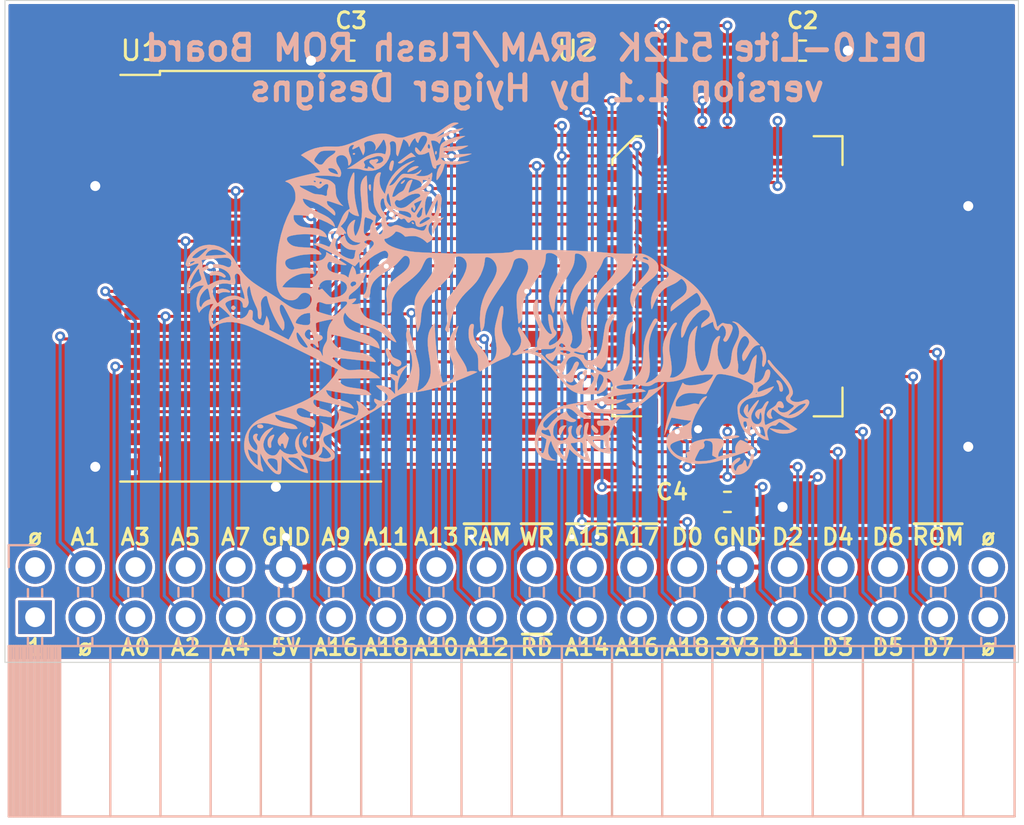
<source format=kicad_pcb>
(kicad_pcb (version 20171130) (host pcbnew "(5.1.6-rc1-2-g675ceb521)")
  (title_block (date 2020-04-24) (rev 1.1))
  (layers (0 F.Cu signal) (31 B.Cu signal) (34 B.Paste user hide) (35 F.Paste user hide) (36 B.SilkS user) (37 F.SilkS user hide) (38 B.Mask user hide) (39 F.Mask user hide) (44 Edge.Cuts user))
  (net 0 "")
  (net 1 GND)
  (net 2 /D7)
  (net 3 /D3)
  (net 4 /D1)
  (net 5 /ROM_~CE)
  (net 6 /RAM_~CE)
  (net 7 /A18)
  (net 8 /A17)
  (net 9 /A16)
  (net 10 /A15)
  (net 11 /A14)
  (net 12 /A13)
  (net 13 /A12)
  (net 14 /A11)
  (net 15 /A10)
  (net 16 /A9)
  (net 17 /A8)
  (net 18 /A6)
  (net 19 /A5)
  (net 20 /A4)
  (net 21 /A3)
  (net 22 /A2)
  (net 23 /A1)
  (net 24 /A0)
  (net 25 VCC)
  (net 26 /A7)
  (net 27 /D0)
  (net 28 /D2)
  (net 29 /D5)
  (net 30 /D4)
  (net 31 /D6)
  (net 32 /~WR)
  (net 33 /~RD)
  (net 34 "Net-(J1-Pad1)")
  (net 35 "Net-(J1-Pad2)")
  (net 36 "Net-(J1-Pad3)")
  (net 37 +5V)
  (net 38 "Net-(J1-Pad39)")
  (net 39 "Net-(J1-Pad40)")
  (module Connector_PinSocket_2.54mm:PinSocket_2x20_P2.54mm_Horizontal (layer F.Cu) (at 131.318 115.062 90)
    (fp_text reference J1 hide)
    (fp_text value DE10-Lite_GPIO_Header)
    (pad 1 thru_hole rect (at 0 0 270) (size 1.7 1.7) (drill 1) (layers *.Cu *.Mask) (net 34 "Net-(J1-Pad1)"))
    (pad 2 thru_hole oval (at 2.54 0 270) (size 1.7 1.7) (drill 1) (layers *.Cu *.Mask) (net 35 "Net-(J1-Pad2)"))
    (pad 3 thru_hole oval (at 0 2.54 270) (size 1.7 1.7) (drill 1) (layers *.Cu *.Mask) (net 36 "Net-(J1-Pad3)"))
    (pad 4 thru_hole oval (at 2.54 2.54 270) (size 1.7 1.7) (drill 1) (layers *.Cu *.Mask) (net 23 /A1))
    (pad 5 thru_hole oval (at 0 5.08 270) (size 1.7 1.7) (drill 1) (layers *.Cu *.Mask) (net 24 /A0))
    (pad 6 thru_hole oval (at 2.54 5.08 270) (size 1.7 1.7) (drill 1) (layers *.Cu *.Mask) (net 21 /A3))
    (pad 7 thru_hole oval (at 0 7.62 270) (size 1.7 1.7) (drill 1) (layers *.Cu *.Mask) (net 22 /A2))
    (pad 8 thru_hole oval (at 2.54 7.62 270) (size 1.7 1.7) (drill 1) (layers *.Cu *.Mask) (net 19 /A5))
    (pad 9 thru_hole oval (at 0 10.16 270) (size 1.7 1.7) (drill 1) (layers *.Cu *.Mask) (net 20 /A4))
    (pad 10 thru_hole oval (at 2.54 10.16 270) (size 1.7 1.7) (drill 1) (layers *.Cu *.Mask) (net 26 /A7))
    (pad 11 thru_hole oval (at 0 12.7 270) (size 1.7 1.7) (drill 1) (layers *.Cu *.Mask) (net 37 +5V))
    (pad 12 thru_hole oval (at 2.54 12.7 270) (size 1.7 1.7) (drill 1) (layers *.Cu *.Mask) (net 1 GND))
    (pad 13 thru_hole oval (at 0 15.24 270) (size 1.7 1.7) (drill 1) (layers *.Cu *.Mask) (net 18 /A6))
    (pad 14 thru_hole oval (at 2.54 15.24 270) (size 1.7 1.7) (drill 1) (layers *.Cu *.Mask) (net 16 /A9))
    (pad 15 thru_hole oval (at 0 17.78 270) (size 1.7 1.7) (drill 1) (layers *.Cu *.Mask) (net 17 /A8))
    (pad 16 thru_hole oval (at 2.54 17.78 270) (size 1.7 1.7) (drill 1) (layers *.Cu *.Mask) (net 14 /A11))
    (pad 17 thru_hole oval (at 0 20.32 270) (size 1.7 1.7) (drill 1) (layers *.Cu *.Mask) (net 15 /A10))
    (pad 18 thru_hole oval (at 2.54 20.32 270) (size 1.7 1.7) (drill 1) (layers *.Cu *.Mask) (net 12 /A13))
    (pad 19 thru_hole oval (at 0 22.86 270) (size 1.7 1.7) (drill 1) (layers *.Cu *.Mask) (net 13 /A12))
    (pad 20 thru_hole oval (at 2.54 22.86 270) (size 1.7 1.7) (drill 1) (layers *.Cu *.Mask) (net 6 /RAM_~CE))
    (pad 21 thru_hole oval (at 0 25.4 270) (size 1.7 1.7) (drill 1) (layers *.Cu *.Mask) (net 33 /~RD))
    (pad 22 thru_hole oval (at 2.54 25.4 270) (size 1.7 1.7) (drill 1) (layers *.Cu *.Mask) (net 32 /~WR))
    (pad 23 thru_hole oval (at 0 27.94 270) (size 1.7 1.7) (drill 1) (layers *.Cu *.Mask) (net 11 /A14))
    (pad 24 thru_hole oval (at 2.54 27.94 270) (size 1.7 1.7) (drill 1) (layers *.Cu *.Mask) (net 10 /A15))
    (pad 25 thru_hole oval (at 0 30.48 270) (size 1.7 1.7) (drill 1) (layers *.Cu *.Mask) (net 9 /A16))
    (pad 26 thru_hole oval (at 2.54 30.48 270) (size 1.7 1.7) (drill 1) (layers *.Cu *.Mask) (net 8 /A17))
    (pad 27 thru_hole oval (at 0 33.02 270) (size 1.7 1.7) (drill 1) (layers *.Cu *.Mask) (net 7 /A18))
    (pad 28 thru_hole oval (at 2.54 33.02 270) (size 1.7 1.7) (drill 1) (layers *.Cu *.Mask) (net 27 /D0))
    (pad 29 thru_hole oval (at 0 35.56 270) (size 1.7 1.7) (drill 1) (layers *.Cu *.Mask) (net 25 VCC))
    (pad 30 thru_hole oval (at 2.54 35.56 270) (size 1.7 1.7) (drill 1) (layers *.Cu *.Mask) (net 1 GND))
    (pad 31 thru_hole oval (at 0 38.1 270) (size 1.7 1.7) (drill 1) (layers *.Cu *.Mask) (net 4 /D1))
    (pad 32 thru_hole oval (at 2.54 38.1 270) (size 1.7 1.7) (drill 1) (layers *.Cu *.Mask) (net 28 /D2))
    (pad 33 thru_hole oval (at 0 40.64 270) (size 1.7 1.7) (drill 1) (layers *.Cu *.Mask) (net 3 /D3))
    (pad 34 thru_hole oval (at 2.54 40.64 270) (size 1.7 1.7) (drill 1) (layers *.Cu *.Mask) (net 30 /D4))
    (pad 35 thru_hole oval (at 0 43.18 270) (size 1.7 1.7) (drill 1) (layers *.Cu *.Mask) (net 29 /D5))
    (pad 36 thru_hole oval (at 2.54 43.18 270) (size 1.7 1.7) (drill 1) (layers *.Cu *.Mask) (net 31 /D6))
    (pad 37 thru_hole oval (at 0 45.72 270) (size 1.7 1.7) (drill 1) (layers *.Cu *.Mask) (net 2 /D7))
    (pad 38 thru_hole oval (at 2.54 45.72 270) (size 1.7 1.7) (drill 1) (layers *.Cu *.Mask) (net 5 /ROM_~CE))
    (pad 39 thru_hole oval (at 0 48.26 270) (size 1.7 1.7) (drill 1) (layers *.Cu *.Mask) (net 38 "Net-(J1-Pad39)"))
    (pad 40 thru_hole oval (at 2.54 48.26 270) (size 1.7 1.7) (drill 1) (layers *.Cu *.Mask) (net 39 "Net-(J1-Pad40)"))
  )
  (module Logos:asian_tiger (layer F.Cu) (at 154.686 98.933)
    (fp_text reference G*** hide)
    (fp_text value LOGO hide)
  )
  (module Package_LCC:PLCC-32_11.4x14.0mm_P1.27mm-Socket (layer F.Cu) (at 166.37 97.79)
    (fp_text reference U2 (at -7.62 -11.43) (layer F.SilkS))
    (fp_text value SST39LF040)
    (pad 32 smd roundrect (at 1.27 -6.8375) (size 0.6 1.475) (layers F.Cu F.Paste F.Mask) (net 25 VCC))
    (pad 31 smd roundrect (at 2.54 -6.8375) (size 0.6 1.475) (layers F.Cu F.Paste F.Mask) (net 32 /~WR))
    (pad 30 smd roundrect (at 3.81 -6.8375) (size 0.6 1.475) (layers F.Cu F.Paste F.Mask) (net 8 /A17))
    (pad 29 smd roundrect (at 5.5625 -5.08) (size 1.475 0.6) (layers F.Cu F.Paste F.Mask) (net 11 /A14))
    (pad 28 smd roundrect (at 5.5625 -3.81) (size 1.475 0.6) (layers F.Cu F.Paste F.Mask) (net 12 /A13))
    (pad 27 smd roundrect (at 5.5625 -2.54) (size 1.475 0.6) (layers F.Cu F.Paste F.Mask) (net 17 /A8))
    (pad 26 smd roundrect (at 5.5625 -1.27) (size 1.475 0.6) (layers F.Cu F.Paste F.Mask) (net 16 /A9))
    (pad 25 smd roundrect (at 5.5625 0) (size 1.475 0.6) (layers F.Cu F.Paste F.Mask) (net 14 /A11))
    (pad 24 smd roundrect (at 5.5625 1.27) (size 1.475 0.6) (layers F.Cu F.Paste F.Mask) (net 33 /~RD))
    (pad 23 smd roundrect (at 5.5625 2.54) (size 1.475 0.6) (layers F.Cu F.Paste F.Mask) (net 15 /A10))
    (pad 22 smd roundrect (at 5.5625 3.81) (size 1.475 0.6) (layers F.Cu F.Paste F.Mask) (net 5 /ROM_~CE))
    (pad 21 smd roundrect (at 5.5625 5.08) (size 1.475 0.6) (layers F.Cu F.Paste F.Mask) (net 2 /D7))
    (pad 20 smd roundrect (at 3.81 6.8375) (size 0.6 1.475) (layers F.Cu F.Paste F.Mask) (net 31 /D6))
    (pad 19 smd roundrect (at 2.54 6.8375) (size 0.6 1.475) (layers F.Cu F.Paste F.Mask) (net 29 /D5))
    (pad 18 smd roundrect (at 1.27 6.8375) (size 0.6 1.475) (layers F.Cu F.Paste F.Mask) (net 30 /D4))
    (pad 17 smd roundrect (at 0 6.8375) (size 0.6 1.475) (layers F.Cu F.Paste F.Mask) (net 3 /D3))
    (pad 16 smd roundrect (at -1.27 6.8375) (size 0.6 1.475) (layers F.Cu F.Paste F.Mask) (net 1 GND))
    (pad 15 smd roundrect (at -2.54 6.8375) (size 0.6 1.475) (layers F.Cu F.Paste F.Mask) (net 28 /D2))
    (pad 14 smd roundrect (at -3.81 6.8375) (size 0.6 1.475) (layers F.Cu F.Paste F.Mask) (net 4 /D1))
    (pad 13 smd roundrect (at -5.5625 5.08) (size 1.475 0.6) (layers F.Cu F.Paste F.Mask) (net 27 /D0))
    (pad 12 smd roundrect (at -5.5625 3.81) (size 1.475 0.6) (layers F.Cu F.Paste F.Mask) (net 24 /A0))
    (pad 11 smd roundrect (at -5.5625 2.54) (size 1.475 0.6) (layers F.Cu F.Paste F.Mask) (net 23 /A1))
    (pad 10 smd roundrect (at -5.5625 1.27) (size 1.475 0.6) (layers F.Cu F.Paste F.Mask) (net 22 /A2))
    (pad 9 smd roundrect (at -5.5625 0) (size 1.475 0.6) (layers F.Cu F.Paste F.Mask) (net 21 /A3))
    (pad 8 smd roundrect (at -5.5625 -1.27) (size 1.475 0.6) (layers F.Cu F.Paste F.Mask) (net 20 /A4))
    (pad 7 smd roundrect (at -5.5625 -2.54) (size 1.475 0.6) (layers F.Cu F.Paste F.Mask) (net 19 /A5))
    (pad 6 smd roundrect (at -5.5625 -3.81) (size 1.475 0.6) (layers F.Cu F.Paste F.Mask) (net 18 /A6))
    (pad 5 smd roundrect (at -5.5625 -5.08) (size 1.475 0.6) (layers F.Cu F.Paste F.Mask) (net 26 /A7))
    (pad 4 smd roundrect (at -3.81 -6.8375) (size 0.6 1.475) (layers F.Cu F.Paste F.Mask) (net 13 /A12))
    (pad 3 smd roundrect (at -2.54 -6.8375) (size 0.6 1.475) (layers F.Cu F.Paste F.Mask) (net 10 /A15))
    (pad 2 smd roundrect (at -1.27 -6.8375) (size 0.6 1.475) (layers F.Cu F.Paste F.Mask) (net 9 /A16))
    (pad 1 smd roundrect (at 0 -6.8375) (size 0.6 1.475) (layers F.Cu F.Paste F.Mask) (net 7 /A18))
  )
  (module Package_SO:TSOP-II-32_21.0x10.2mm_P1.27mm (layer F.Cu) (at 142.24 97.79)
    (fp_text reference U1 (at -5.588 -11.43) (layer F.SilkS))
    (fp_text value AS6C4008A-55ZIN)
    (pad 32 smd rect (at 5.6 -9.525) (size 1.6 0.6) (layers F.Cu F.Paste F.Mask) (net 25 VCC))
    (pad 31 smd rect (at 5.6 -8.255) (size 1.6 0.6) (layers F.Cu F.Paste F.Mask) (net 10 /A15))
    (pad 30 smd rect (at 5.6 -6.985) (size 1.6 0.6) (layers F.Cu F.Paste F.Mask) (net 8 /A17))
    (pad 29 smd rect (at 5.6 -5.715) (size 1.6 0.6) (layers F.Cu F.Paste F.Mask) (net 32 /~WR))
    (pad 28 smd rect (at 5.6 -4.445) (size 1.6 0.6) (layers F.Cu F.Paste F.Mask) (net 12 /A13))
    (pad 27 smd rect (at 5.6 -3.175) (size 1.6 0.6) (layers F.Cu F.Paste F.Mask) (net 17 /A8))
    (pad 26 smd rect (at 5.6 -1.905) (size 1.6 0.6) (layers F.Cu F.Paste F.Mask) (net 16 /A9))
    (pad 25 smd rect (at 5.6 -0.625) (size 1.6 0.6) (layers F.Cu F.Paste F.Mask) (net 14 /A11))
    (pad 24 smd rect (at 5.6 0.625) (size 1.6 0.6) (layers F.Cu F.Paste F.Mask) (net 33 /~RD))
    (pad 23 smd rect (at 5.6 1.905) (size 1.6 0.6) (layers F.Cu F.Paste F.Mask) (net 15 /A10))
    (pad 22 smd rect (at 5.6 3.175) (size 1.6 0.6) (layers F.Cu F.Paste F.Mask) (net 6 /RAM_~CE))
    (pad 21 smd rect (at 5.6 4.445) (size 1.6 0.6) (layers F.Cu F.Paste F.Mask) (net 2 /D7))
    (pad 20 smd rect (at 5.6 5.715) (size 1.6 0.6) (layers F.Cu F.Paste F.Mask) (net 31 /D6))
    (pad 19 smd rect (at 5.6 6.985) (size 1.6 0.6) (layers F.Cu F.Paste F.Mask) (net 29 /D5))
    (pad 18 smd rect (at 5.6 8.255) (size 1.6 0.6) (layers F.Cu F.Paste F.Mask) (net 30 /D4))
    (pad 17 smd rect (at 5.6 9.525) (size 1.6 0.6) (layers F.Cu F.Paste F.Mask) (net 3 /D3))
    (pad 16 smd rect (at -5.6 9.525) (size 1.6 0.6) (layers F.Cu F.Paste F.Mask) (net 1 GND))
    (pad 15 smd rect (at -5.6 8.255) (size 1.6 0.6) (layers F.Cu F.Paste F.Mask) (net 28 /D2))
    (pad 14 smd rect (at -5.6 6.985) (size 1.6 0.6) (layers F.Cu F.Paste F.Mask) (net 4 /D1))
    (pad 13 smd rect (at -5.6 5.715) (size 1.6 0.6) (layers F.Cu F.Paste F.Mask) (net 27 /D0))
    (pad 12 smd rect (at -5.6 4.445) (size 1.6 0.6) (layers F.Cu F.Paste F.Mask) (net 24 /A0))
    (pad 11 smd rect (at -5.6 3.175) (size 1.6 0.6) (layers F.Cu F.Paste F.Mask) (net 23 /A1))
    (pad 10 smd rect (at -5.6 1.905) (size 1.6 0.6) (layers F.Cu F.Paste F.Mask) (net 22 /A2))
    (pad 9 smd rect (at -5.6 0.625) (size 1.6 0.6) (layers F.Cu F.Paste F.Mask) (net 21 /A3))
    (pad 8 smd rect (at -5.6 -0.625) (size 1.6 0.6) (layers F.Cu F.Paste F.Mask) (net 20 /A4))
    (pad 7 smd rect (at -5.6 -1.905) (size 1.6 0.6) (layers F.Cu F.Paste F.Mask) (net 19 /A5))
    (pad 6 smd rect (at -5.6 -3.175) (size 1.6 0.6) (layers F.Cu F.Paste F.Mask) (net 18 /A6))
    (pad 5 smd rect (at -5.6 -4.445) (size 1.6 0.6) (layers F.Cu F.Paste F.Mask) (net 26 /A7))
    (pad 4 smd rect (at -5.6 -5.715) (size 1.6 0.6) (layers F.Cu F.Paste F.Mask) (net 13 /A12))
    (pad 3 smd rect (at -5.6 -6.985) (size 1.6 0.6) (layers F.Cu F.Paste F.Mask) (net 11 /A14))
    (pad 2 smd rect (at -5.6 -8.255) (size 1.6 0.6) (layers F.Cu F.Paste F.Mask) (net 9 /A16))
    (pad 1 smd rect (at -5.6 -9.525) (size 1.6 0.6) (layers F.Cu F.Paste F.Mask) (net 7 /A18))
  )
  (module Capacitor_SMD:C_0603_1608Metric_Pad1.05x0.95mm_HandSolder (layer F.Cu) (at 166.37 109.22)
    (fp_text reference C4 (at -2.794 -0.508) (layer F.SilkS) (effects (font (size 0.8128 0.8128) (thickness 0.1524))))
    (fp_text value 100nF)
    (pad 2 smd roundrect (at 0.875 0) (size 1.05 0.95) (layers F.Cu F.Paste F.Mask) (net 1 GND))
    (pad 1 smd roundrect (at -0.875 0) (size 1.05 0.95) (layers F.Cu F.Paste F.Mask) (net 25 VCC))
  )
  (module Capacitor_SMD:C_0603_1608Metric_Pad1.05x0.95mm_HandSolder (layer F.Cu) (at 170.18 86.36)
    (fp_text reference C2 (at 0 -1.524) (layer F.SilkS) (effects (font (size 0.8128 0.8128) (thickness 0.1524))))
    (fp_text value 100nF)
    (pad 2 smd roundrect (at 0.875 0) (size 1.05 0.95) (layers F.Cu F.Paste F.Mask) (net 1 GND))
    (pad 1 smd roundrect (at -0.875 0) (size 1.05 0.95) (layers F.Cu F.Paste F.Mask) (net 25 VCC))
  )
  (module Capacitor_SMD:C_0603_1608Metric_Pad1.05x0.95mm_HandSolder (layer F.Cu) (at 147.32 86.36 180)
    (fp_text reference C3 (at 0 1.524 180) (layer F.SilkS) (effects (font (size 0.8128 0.8128) (thickness 0.1524))))
    (fp_text value 100nF)
    (pad 2 smd roundrect (at 0.875 0 180) (size 1.05 0.95) (layers F.Cu F.Paste F.Mask) (net 1 GND))
    (pad 1 smd roundrect (at -0.875 0 180) (size 1.05 0.95) (layers F.Cu F.Paste F.Mask) (net 25 VCC))
  )
  (gr_text 1 (at 131.318 116.586) (layer F.SilkS) (effects (font (size 0.8128 0.8128) (thickness 0.1524))))
  (gr_text ø (at 179.578 110.998) (layer F.SilkS) (effects (font (size 0.8128 0.8128) (thickness 0.1524))))
  (gr_text ø (at 179.578 116.586) (layer F.SilkS) (effects (font (size 0.8128 0.8128) (thickness 0.1524))))
  (gr_text 5V (at 144.018 116.586) (layer F.SilkS) (effects (font (size 0.8128 0.8128) (thickness 0.1524))))
  (gr_text ø (at 131.318 110.998) (layer F.SilkS) (effects (font (size 0.8128 0.8128) (thickness 0.1524))))
  (gr_text ø (at 133.858 116.586) (layer F.SilkS) (effects (font (size 0.8128 0.8128) (thickness 0.1524))))
  (gr_text D7 (at 177.038 116.586) (layer F.SilkS) (effects (font (size 0.8128 0.8128) (thickness 0.1524))))
  (gr_text D5 (at 174.498 116.586) (layer F.SilkS) (effects (font (size 0.8128 0.8128) (thickness 0.1524))))
  (gr_text D3 (at 171.958 116.586) (layer F.SilkS) (effects (font (size 0.8128 0.8128) (thickness 0.1524))))
  (gr_text D1 (at 169.418 116.586) (layer F.SilkS) (effects (font (size 0.8128 0.8128) (thickness 0.1524))))
  (gr_text 3V3 (at 166.878 116.586) (layer F.SilkS) (effects (font (size 0.8128 0.8128) (thickness 0.1524))))
  (gr_text A18 (at 164.338 116.586) (layer F.SilkS) (effects (font (size 0.8128 0.8128) (thickness 0.1524))))
  (gr_text A16 (at 161.798 116.586) (layer F.SilkS) (effects (font (size 0.8128 0.8128) (thickness 0.1524))))
  (gr_text A14 (at 159.258 116.586) (layer F.SilkS) (effects (font (size 0.8128 0.8128) (thickness 0.1524))))
  (gr_text ~RD (at 156.718 116.586) (layer F.SilkS) (effects (font (size 0.8128 0.8128) (thickness 0.1524))))
  (gr_text A12 (at 154.178 116.586) (layer F.SilkS) (effects (font (size 0.8128 0.8128) (thickness 0.1524))))
  (gr_text A10 (at 151.638 116.586) (layer F.SilkS) (effects (font (size 0.8128 0.8128) (thickness 0.1524))))
  (gr_text A18 (at 149.098 116.586) (layer F.SilkS) (effects (font (size 0.8128 0.8128) (thickness 0.1524))))
  (gr_text A16 (at 146.558 116.586) (layer F.SilkS) (effects (font (size 0.8128 0.8128) (thickness 0.1524))))
  (gr_text A4 (at 141.478 116.586) (layer F.SilkS) (effects (font (size 0.8128 0.8128) (thickness 0.1524))))
  (gr_text A2 (at 138.938 116.586) (layer F.SilkS) (effects (font (size 0.8128 0.8128) (thickness 0.1524))))
  (gr_text A0 (at 136.398 116.586) (layer F.SilkS) (effects (font (size 0.8128 0.8128) (thickness 0.1524))))
  (gr_text ~ROM (at 177.038 110.998) (layer F.SilkS) (effects (font (size 0.8128 0.8128) (thickness 0.1524))))
  (gr_text D6 (at 174.498 110.998) (layer F.SilkS) (effects (font (size 0.8128 0.8128) (thickness 0.1524))))
  (gr_text D4 (at 171.958 110.998) (layer F.SilkS) (effects (font (size 0.8128 0.8128) (thickness 0.1524))))
  (gr_text D2 (at 169.418 110.998) (layer F.SilkS) (effects (font (size 0.8128 0.8128) (thickness 0.1524))))
  (gr_text GND (at 166.878 110.998) (layer F.SilkS) (effects (font (size 0.8128 0.8128) (thickness 0.1524))))
  (gr_text D0 (at 164.338 110.998) (layer F.SilkS) (effects (font (size 0.8128 0.8128) (thickness 0.1524))))
  (gr_text ~A17 (at 161.798 110.998) (layer F.SilkS) (effects (font (size 0.8128 0.8128) (thickness 0.1524))))
  (gr_text ~A15 (at 159.258 110.998) (layer F.SilkS) (effects (font (size 0.8128 0.8128) (thickness 0.1524))))
  (gr_text ~WR (at 156.718 110.998) (layer F.SilkS) (effects (font (size 0.8128 0.8128) (thickness 0.1524))))
  (gr_text ~RAM (at 154.178 110.998) (layer F.SilkS) (effects (font (size 0.8128 0.8128) (thickness 0.1524))))
  (gr_text A13 (at 151.638 110.998) (layer F.SilkS) (effects (font (size 0.8128 0.8128) (thickness 0.1524))))
  (gr_text A11 (at 149.098 110.998) (layer F.SilkS) (effects (font (size 0.8128 0.8128) (thickness 0.1524))))
  (gr_text A9 (at 146.558 110.998) (layer F.SilkS) (effects (font (size 0.8128 0.8128) (thickness 0.1524))))
  (gr_text GND (at 144.018 110.998) (layer F.SilkS) (effects (font (size 0.8128 0.8128) (thickness 0.1524))))
  (gr_text A7 (at 141.478 110.998) (layer F.SilkS) (effects (font (size 0.8128 0.8128) (thickness 0.1524))))
  (gr_text A5 (at 138.938 110.998) (layer F.SilkS) (effects (font (size 0.8128 0.8128) (thickness 0.1524))))
  (gr_text A3 (at 136.398 110.998) (layer F.SilkS) (effects (font (size 0.8128 0.8128) (thickness 0.1524))))
  (gr_text "DE10-Lite 512K SRAM/Flash ROM Board\nversion 1.1 by Hyiger Designs" (at 156.718 87.249) (layer B.SilkS) (effects (font (size 1.27 1.27) (thickness 0.254)) (justify mirror)))
  (gr_line (start 181.102 117.348) (end 129.794 117.348) (layer Edge.Cuts) (width 0.05))
  (gr_line (start 181.102 83.82) (end 181.102 117.348) (layer Edge.Cuts) (width 0.05))
  (gr_line (start 129.794 83.82) (end 181.102 83.82) (layer Edge.Cuts) (width 0.05))
  (gr_line (start 129.794 117.348) (end 129.794 83.82) (layer Edge.Cuts) (width 0.05))
  (gr_text A1 (at 133.858 110.998) (layer F.SilkS) (effects (font (size 0.8128 0.8128) (thickness 0.1524))))
  (segment (start 165.1 105.321086) (end 164.884096 105.53699) (width 0.4064) (layer F.Cu) (net 1))
  (via (at 164.884096 105.53699) (size 0.8128) (drill 0.4064) (layers F.Cu B.Cu) (net 1))
  (segment (start 165.1 104.6275) (end 165.1 105.321086) (width 0.4064) (layer F.Cu) (net 1))
  (segment (start 167.245 109.22) (end 167.321211 109.296211) (width 0.4064) (layer F.Cu) (net 1))
  (via (at 144.018 110.998) (size 0.8128) (drill 0.4064) (layers F.Cu B.Cu) (net 1))
  (segment (start 144.018 112.522) (end 144.018 110.998) (width 0.4064) (layer B.Cu) (net 1))
  (via (at 159.766 110.998) (size 0.508) (drill 0.254) (layers F.Cu B.Cu) (net 1))
  (via (at 158.496 110.998) (size 0.508) (drill 0.254) (layers F.Cu B.Cu) (net 1))
  (via (at 153.416 110.998) (size 0.508) (drill 0.254) (layers F.Cu B.Cu) (net 1))
  (via (at 145.288 86.868) (size 1.016) (drill 0.508) (layers F.Cu B.Cu) (net 1))
  (segment (start 145.796 86.36) (end 145.288 86.868) (width 0.508) (layer F.Cu) (net 1))
  (segment (start 146.445 86.36) (end 145.796 86.36) (width 0.508) (layer F.Cu) (net 1))
  (via (at 172.466 86.36) (size 1.016) (drill 0.508) (layers F.Cu B.Cu) (net 1))
  (segment (start 171.055 86.36) (end 172.466 86.36) (width 0.508) (layer F.Cu) (net 1))
  (via (at 169.164 109.474) (size 1.016) (drill 0.508) (layers F.Cu B.Cu) (net 1))
  (segment (start 168.91 109.22) (end 169.164 109.474) (width 0.508) (layer F.Cu) (net 1))
  (segment (start 167.245 109.22) (end 168.91 109.22) (width 0.508) (layer F.Cu) (net 1))
  (via (at 178.562 94.234) (size 1.016) (drill 0.508) (layers F.Cu B.Cu) (net 1))
  (via (at 178.562 106.426) (size 1.016) (drill 0.508) (layers F.Cu B.Cu) (net 1))
  (via (at 134.366 93.218) (size 1.016) (drill 0.508) (layers F.Cu B.Cu) (net 1))
  (via (at 143.51 108.458) (size 1.016) (drill 0.508) (layers F.Cu B.Cu) (net 1))
  (segment (start 134.493 107.315) (end 134.366002 107.441998) (width 0.508) (layer F.Cu) (net 1))
  (segment (start 136.64 107.315) (end 134.493 107.315) (width 0.508) (layer F.Cu) (net 1))
  (via (at 134.366002 107.441998) (size 1.016) (drill 0.508) (layers F.Cu B.Cu) (net 1))
  (segment (start 175.768 113.792) (end 175.768 102.87) (width 0.1524) (layer B.Cu) (net 2))
  (segment (start 177.038 115.062) (end 175.768 113.792) (width 0.1524) (layer B.Cu) (net 2))
  (segment (start 171.9325 102.87) (end 175.768 102.87) (width 0.1524) (layer F.Cu) (net 2))
  (via (at 175.768 102.87) (size 0.508) (drill 0.254) (layers F.Cu B.Cu) (net 2))
  (segment (start 170.45461 102.12861) (end 171.196 102.87) (width 0.1524) (layer F.Cu) (net 2))
  (segment (start 149.33139 102.12861) (end 170.45461 102.12861) (width 0.1524) (layer F.Cu) (net 2))
  (segment (start 171.196 102.87) (end 171.9325 102.87) (width 0.1524) (layer F.Cu) (net 2))
  (segment (start 149.225 102.235) (end 149.33139 102.12861) (width 0.1524) (layer F.Cu) (net 2))
  (segment (start 147.84 102.235) (end 149.225 102.235) (width 0.1524) (layer F.Cu) (net 2))
  (via (at 166.37 105.664) (size 0.508) (drill 0.254) (layers F.Cu B.Cu) (net 3))
  (segment (start 166.37 104.6275) (end 166.37 105.664) (width 0.1524) (layer F.Cu) (net 3))
  (via (at 166.37 107.95) (size 0.508) (drill 0.254) (layers F.Cu B.Cu) (net 3))
  (segment (start 166.37 105.664) (end 166.37 107.95) (width 0.1524) (layer B.Cu) (net 3))
  (segment (start 147.84 107.315) (end 160.909 107.315) (width 0.1524) (layer F.Cu) (net 3))
  (segment (start 161.544 107.95) (end 166.37 107.95) (width 0.1524) (layer F.Cu) (net 3))
  (segment (start 160.909 107.315) (end 161.544 107.95) (width 0.1524) (layer F.Cu) (net 3))
  (via (at 170.942 107.95) (size 0.508) (drill 0.254) (layers F.Cu B.Cu) (net 3))
  (segment (start 166.37 107.95) (end 170.942 107.95) (width 0.1524) (layer F.Cu) (net 3))
  (segment (start 171.958 115.062) (end 170.688 113.792) (width 0.1524) (layer B.Cu) (net 3))
  (segment (start 170.688 113.792) (end 170.688001 108.203999) (width 0.1524) (layer B.Cu) (net 3))
  (segment (start 170.688001 108.203999) (end 170.942 107.95) (width 0.1524) (layer B.Cu) (net 3))
  (segment (start 162.56 104.6275) (end 162.56 104.624564) (width 0.1524) (layer F.Cu) (net 4))
  (via (at 160.02 108.458) (size 0.508) (drill 0.254) (layers F.Cu B.Cu) (net 4))
  (via (at 168.148 108.458) (size 0.508) (drill 0.254) (layers F.Cu B.Cu) (net 4))
  (segment (start 160.02 108.458) (end 168.148 108.458) (width 0.1524) (layer F.Cu) (net 4))
  (segment (start 168.020999 108.585001) (end 168.148 108.458) (width 0.1524) (layer B.Cu) (net 4))
  (segment (start 169.418 115.062) (end 168.020999 113.664999) (width 0.1524) (layer B.Cu) (net 4))
  (segment (start 168.020999 113.664999) (end 168.020999 108.585001) (width 0.1524) (layer B.Cu) (net 4))
  (via (at 160.011807 104.246399) (size 0.508) (drill 0.254) (layers F.Cu B.Cu) (net 4))
  (segment (start 160.02 108.458) (end 160.02 104.254592) (width 0.1524) (layer B.Cu) (net 4))
  (segment (start 160.02 104.254592) (end 160.011807 104.246399) (width 0.1524) (layer B.Cu) (net 4))
  (segment (start 146.705601 104.246399) (end 162.178899 104.246399) (width 0.1524) (layer F.Cu) (net 4))
  (segment (start 136.767 104.648) (end 146.304 104.648) (width 0.1524) (layer F.Cu) (net 4))
  (segment (start 162.178899 104.246399) (end 162.56 104.6275) (width 0.1524) (layer F.Cu) (net 4))
  (segment (start 146.304 104.648) (end 146.705601 104.246399) (width 0.1524) (layer F.Cu) (net 4))
  (segment (start 136.64 104.775) (end 136.767 104.648) (width 0.1524) (layer F.Cu) (net 4))
  (via (at 176.981498 101.656498) (size 0.508) (drill 0.254) (layers F.Cu B.Cu) (net 5))
  (segment (start 177.038 112.522) (end 177.038 101.713) (width 0.1524) (layer B.Cu) (net 5))
  (segment (start 176.925 101.6) (end 176.981498 101.656498) (width 0.1524) (layer F.Cu) (net 5))
  (segment (start 177.038 101.713) (end 176.981498 101.656498) (width 0.1524) (layer B.Cu) (net 5))
  (segment (start 171.9325 101.6) (end 176.925 101.6) (width 0.1524) (layer F.Cu) (net 5))
  (segment (start 147.84 100.965) (end 154.050986 100.965) (width 0.1524) (layer F.Cu) (net 6))
  (via (at 154.050986 100.965) (size 0.508) (drill 0.254) (layers F.Cu B.Cu) (net 6))
  (segment (start 154.178 112.522) (end 154.178 101.092014) (width 0.1524) (layer B.Cu) (net 6))
  (segment (start 154.178 101.092014) (end 154.050986 100.965) (width 0.1524) (layer B.Cu) (net 6))
  (via (at 166.37 89.916) (size 0.508) (drill 0.254) (layers F.Cu B.Cu) (net 7))
  (segment (start 166.37 89.916) (end 166.37 90.9525) (width 0.1524) (layer F.Cu) (net 7))
  (via (at 163.068 85.09) (size 0.508) (drill 0.254) (layers F.Cu B.Cu) (net 7))
  (segment (start 136.64 88.265) (end 139.815 85.09) (width 0.1524) (layer F.Cu) (net 7))
  (segment (start 139.815 85.09) (end 163.068 85.09) (width 0.1524) (layer F.Cu) (net 7))
  (segment (start 163.068 113.792) (end 163.068 85.09) (width 0.1524) (layer B.Cu) (net 7))
  (segment (start 164.338 115.062) (end 163.068 113.792) (width 0.1524) (layer B.Cu) (net 7))
  (segment (start 166.37 89.916) (end 166.37 85.090006) (width 0.1524) (layer B.Cu) (net 7))
  (via (at 166.37 85.090006) (size 0.508) (drill 0.254) (layers F.Cu B.Cu) (net 7))
  (segment (start 163.068 85.09) (end 166.369994 85.09) (width 0.1524) (layer F.Cu) (net 7))
  (segment (start 166.369994 85.09) (end 166.37 85.090006) (width 0.1524) (layer F.Cu) (net 7))
  (segment (start 162.739753 92.405189) (end 161.798 91.463436) (width 0.1524) (layer F.Cu) (net 8))
  (segment (start 169.464811 92.405189) (end 162.739753 92.405189) (width 0.1524) (layer F.Cu) (net 8))
  (segment (start 170.18 91.69) (end 169.464811 92.405189) (width 0.1524) (layer F.Cu) (net 8))
  (segment (start 161.798 91.463436) (end 161.798 91.186) (width 0.1524) (layer F.Cu) (net 8))
  (segment (start 170.18 90.9525) (end 170.18 91.69) (width 0.1524) (layer F.Cu) (net 8))
  (segment (start 161.798 112.522) (end 161.798 91.186) (width 0.1524) (layer B.Cu) (net 8))
  (via (at 161.798 91.186) (size 0.508) (drill 0.254) (layers F.Cu B.Cu) (net 8))
  (segment (start 152.16835 91.135196) (end 161.387986 91.135196) (width 0.1524) (layer F.Cu) (net 8))
  (segment (start 147.84 90.805) (end 151.838154 90.805) (width 0.1524) (layer F.Cu) (net 8))
  (segment (start 151.838154 90.805) (end 152.16835 91.135196) (width 0.1524) (layer F.Cu) (net 8))
  (segment (start 161.387986 91.135196) (end 161.43879 91.186) (width 0.1524) (layer F.Cu) (net 8))
  (segment (start 161.43879 91.186) (end 161.798 91.186) (width 0.1524) (layer F.Cu) (net 8))
  (via (at 165.1 89.916) (size 0.508) (drill 0.254) (layers F.Cu B.Cu) (net 9))
  (segment (start 165.1 89.916) (end 165.1 90.9525) (width 0.1524) (layer F.Cu) (net 9))
  (segment (start 160.528 113.792) (end 160.528 88.9) (width 0.1524) (layer B.Cu) (net 9))
  (segment (start 161.798 115.062) (end 160.528 113.792) (width 0.1524) (layer B.Cu) (net 9))
  (via (at 160.528 88.9) (size 0.508) (drill 0.254) (layers F.Cu B.Cu) (net 9))
  (via (at 165.1 88.9) (size 0.508) (drill 0.254) (layers F.Cu B.Cu) (net 9))
  (segment (start 160.528 88.9) (end 165.1 88.9) (width 0.1524) (layer F.Cu) (net 9))
  (segment (start 165.1 89.916) (end 165.1 88.9) (width 0.1524) (layer B.Cu) (net 9))
  (segment (start 146.812 88.9) (end 160.528 88.9) (width 0.1524) (layer F.Cu) (net 9))
  (segment (start 146.177 89.535) (end 146.812 88.9) (width 0.1524) (layer F.Cu) (net 9))
  (segment (start 136.64 89.535) (end 146.177 89.535) (width 0.1524) (layer F.Cu) (net 9))
  (segment (start 159.229207 89.535) (end 159.275198 89.489009) (width 0.1524) (layer F.Cu) (net 10))
  (segment (start 147.84 89.535) (end 159.229207 89.535) (width 0.1524) (layer F.Cu) (net 10))
  (via (at 159.275198 89.489009) (size 0.508) (drill 0.254) (layers F.Cu B.Cu) (net 10))
  (segment (start 163.149009 89.489009) (end 159.275198 89.489009) (width 0.1524) (layer F.Cu) (net 10))
  (segment (start 163.83 90.17) (end 163.149009 89.489009) (width 0.1524) (layer F.Cu) (net 10))
  (segment (start 163.83 90.9525) (end 163.83 90.17) (width 0.1524) (layer F.Cu) (net 10))
  (segment (start 159.529197 89.743008) (end 159.275198 89.489009) (width 0.1524) (layer B.Cu) (net 10))
  (segment (start 159.529197 110.425053) (end 159.529197 89.743008) (width 0.1524) (layer B.Cu) (net 10))
  (segment (start 159.258 110.69625) (end 159.529197 110.425053) (width 0.1524) (layer B.Cu) (net 10))
  (segment (start 159.258 112.522) (end 159.258 110.69625) (width 0.1524) (layer B.Cu) (net 10))
  (via (at 157.988 90.169977) (size 0.508) (drill 0.254) (layers F.Cu B.Cu) (net 11))
  (via (at 157.988 91.694) (size 0.508) (drill 0.254) (layers F.Cu B.Cu) (net 11))
  (segment (start 157.988 90.169977) (end 157.988 91.694) (width 0.1524) (layer B.Cu) (net 11))
  (segment (start 162.613498 92.71) (end 161.597498 91.694) (width 0.1524) (layer F.Cu) (net 11))
  (segment (start 171.9325 92.71) (end 162.613498 92.71) (width 0.1524) (layer F.Cu) (net 11))
  (segment (start 161.597498 91.694) (end 157.988 91.694) (width 0.1524) (layer F.Cu) (net 11))
  (segment (start 157.988 113.792) (end 157.988 91.694) (width 0.1524) (layer B.Cu) (net 11))
  (segment (start 159.258 115.062) (end 157.988 113.792) (width 0.1524) (layer B.Cu) (net 11))
  (segment (start 146.812023 90.169977) (end 157.988 90.169977) (width 0.1524) (layer F.Cu) (net 11))
  (segment (start 146.304 90.678) (end 146.812023 90.169977) (width 0.1524) (layer F.Cu) (net 11))
  (segment (start 136.767 90.678) (end 146.304 90.678) (width 0.1524) (layer F.Cu) (net 11))
  (segment (start 136.64 90.805) (end 136.767 90.678) (width 0.1524) (layer F.Cu) (net 11))
  (via (at 151.256998 93.345) (size 0.508) (drill 0.254) (layers F.Cu B.Cu) (net 12))
  (segment (start 147.84 93.345) (end 151.256998 93.345) (width 0.1524) (layer F.Cu) (net 12))
  (segment (start 151.638 93.726002) (end 151.256998 93.345) (width 0.1524) (layer B.Cu) (net 12))
  (segment (start 151.638 112.522) (end 151.638 93.726002) (width 0.1524) (layer B.Cu) (net 12))
  (segment (start 168.3385 93.345) (end 151.256998 93.345) (width 0.1524) (layer F.Cu) (net 12))
  (segment (start 168.9735 93.98) (end 168.3385 93.345) (width 0.1524) (layer F.Cu) (net 12))
  (segment (start 171.9325 93.98) (end 168.9735 93.98) (width 0.1524) (layer F.Cu) (net 12))
  (via (at 152.4 91.694) (size 0.508) (drill 0.254) (layers F.Cu B.Cu) (net 13))
  (segment (start 162.26 90.9525) (end 161.960094 90.652594) (width 0.1524) (layer F.Cu) (net 13))
  (segment (start 161.960094 90.652594) (end 152.4 90.652594) (width 0.1524) (layer F.Cu) (net 13))
  (segment (start 152.4 91.694) (end 152.4 90.652594) (width 0.1524) (layer B.Cu) (net 13))
  (via (at 152.4 90.652594) (size 0.508) (drill 0.254) (layers F.Cu B.Cu) (net 13))
  (segment (start 162.56 90.9525) (end 162.26 90.9525) (width 0.1524) (layer F.Cu) (net 13))
  (segment (start 152.146001 91.440001) (end 152.4 91.694) (width 0.1524) (layer F.Cu) (net 13))
  (segment (start 146.177 92.075) (end 146.811999 91.440001) (width 0.1524) (layer F.Cu) (net 13))
  (segment (start 146.811999 91.440001) (end 152.146001 91.440001) (width 0.1524) (layer F.Cu) (net 13))
  (segment (start 136.64 92.075) (end 146.177 92.075) (width 0.1524) (layer F.Cu) (net 13))
  (segment (start 152.4 111.43367) (end 152.4 91.694) (width 0.1524) (layer B.Cu) (net 13))
  (segment (start 152.730195 111.963195) (end 152.716601 111.949601) (width 0.1524) (layer B.Cu) (net 13))
  (segment (start 152.716601 111.750271) (end 152.4 111.43367) (width 0.1524) (layer B.Cu) (net 13))
  (segment (start 152.730195 113.614195) (end 152.730195 111.963195) (width 0.1524) (layer B.Cu) (net 13))
  (segment (start 152.716601 111.949601) (end 152.716601 111.750271) (width 0.1524) (layer B.Cu) (net 13))
  (segment (start 154.178 115.062) (end 152.730195 113.614195) (width 0.1524) (layer B.Cu) (net 13))
  (via (at 149.098 97.282) (size 0.508) (drill 0.254) (layers F.Cu B.Cu) (net 14))
  (segment (start 149.098 112.522) (end 149.098 97.282) (width 0.1524) (layer B.Cu) (net 14))
  (segment (start 147.957 97.282) (end 147.84 97.165) (width 0.1524) (layer F.Cu) (net 14))
  (segment (start 149.098 97.282) (end 147.957 97.282) (width 0.1524) (layer F.Cu) (net 14))
  (segment (start 162.814 97.79) (end 171.9325 97.79) (width 0.1524) (layer F.Cu) (net 14))
  (segment (start 149.11861 97.26139) (end 162.28539 97.26139) (width 0.1524) (layer F.Cu) (net 14))
  (segment (start 162.28539 97.26139) (end 162.814 97.79) (width 0.1524) (layer F.Cu) (net 14))
  (segment (start 149.098 97.282) (end 149.11861 97.26139) (width 0.1524) (layer F.Cu) (net 14))
  (via (at 150.368 99.649009) (size 0.508) (drill 0.254) (layers F.Cu B.Cu) (net 15))
  (segment (start 147.84 99.695) (end 150.322009 99.695) (width 0.1524) (layer F.Cu) (net 15))
  (segment (start 151.638 115.062) (end 150.368 113.792) (width 0.1524) (layer B.Cu) (net 15))
  (segment (start 150.368 113.792) (end 150.368 99.649009) (width 0.1524) (layer B.Cu) (net 15))
  (segment (start 150.322009 99.695) (end 150.368 99.649009) (width 0.1524) (layer F.Cu) (net 15))
  (segment (start 162.814 100.33) (end 171.9325 100.33) (width 0.1524) (layer F.Cu) (net 15))
  (segment (start 162.133009 99.649009) (end 162.814 100.33) (width 0.1524) (layer F.Cu) (net 15))
  (segment (start 150.368 99.649009) (end 162.133009 99.649009) (width 0.1524) (layer F.Cu) (net 15))
  (via (at 146.558 95.758) (size 0.508) (drill 0.254) (layers F.Cu B.Cu) (net 16))
  (segment (start 146.558 112.522) (end 146.558 95.758) (width 0.1524) (layer B.Cu) (net 16))
  (segment (start 147.713 95.758) (end 147.84 95.885) (width 0.1524) (layer F.Cu) (net 16))
  (segment (start 146.558 95.758) (end 147.713 95.758) (width 0.1524) (layer F.Cu) (net 16))
  (segment (start 162.56 96.52) (end 171.9325 96.52) (width 0.1524) (layer F.Cu) (net 16))
  (segment (start 161.925 95.885) (end 162.56 96.52) (width 0.1524) (layer F.Cu) (net 16))
  (segment (start 147.84 95.885) (end 161.925 95.885) (width 0.1524) (layer F.Cu) (net 16))
  (segment (start 149.098 115.062) (end 148.019399 113.983399) (width 0.1524) (layer B.Cu) (net 17))
  (segment (start 148.019399 113.983399) (end 148.019399 95.993592) (width 0.1524) (layer B.Cu) (net 17))
  (segment (start 149.306009 94.615) (end 149.352 94.660991) (width 0.1524) (layer F.Cu) (net 17))
  (segment (start 147.84 94.615) (end 149.306009 94.615) (width 0.1524) (layer F.Cu) (net 17))
  (segment (start 148.019399 95.993592) (end 149.352 94.660991) (width 0.1524) (layer B.Cu) (net 17))
  (via (at 149.352 94.660991) (size 0.508) (drill 0.254) (layers F.Cu B.Cu) (net 17))
  (segment (start 161.970991 94.660991) (end 149.352 94.660991) (width 0.1524) (layer F.Cu) (net 17))
  (segment (start 162.56 95.25) (end 161.970991 94.660991) (width 0.1524) (layer F.Cu) (net 17))
  (segment (start 171.9325 95.25) (end 162.56 95.25) (width 0.1524) (layer F.Cu) (net 17))
  (via (at 145.288 94.742) (size 0.508) (drill 0.254) (layers F.Cu B.Cu) (net 18))
  (segment (start 145.479399 94.933399) (end 145.288 94.742) (width 0.1524) (layer B.Cu) (net 18))
  (segment (start 145.479399 113.983399) (end 145.479399 94.933399) (width 0.1524) (layer B.Cu) (net 18))
  (segment (start 146.558 115.062) (end 145.479399 113.983399) (width 0.1524) (layer B.Cu) (net 18))
  (segment (start 136.767 94.742) (end 136.64 94.615) (width 0.1524) (layer F.Cu) (net 18))
  (segment (start 145.288 94.742) (end 136.767 94.742) (width 0.1524) (layer F.Cu) (net 18))
  (segment (start 160.701101 94.086399) (end 160.8075 93.98) (width 0.1524) (layer F.Cu) (net 18))
  (segment (start 145.943601 94.086399) (end 160.701101 94.086399) (width 0.1524) (layer F.Cu) (net 18))
  (segment (start 145.288 94.742) (end 145.943601 94.086399) (width 0.1524) (layer F.Cu) (net 18))
  (via (at 138.938 96.012) (size 0.508) (drill 0.254) (layers F.Cu B.Cu) (net 19))
  (segment (start 138.938 112.522) (end 138.938 96.012) (width 0.1524) (layer B.Cu) (net 19))
  (segment (start 136.767 96.012) (end 136.64 95.885) (width 0.1524) (layer F.Cu) (net 19))
  (segment (start 138.938 96.012) (end 136.767 96.012) (width 0.1524) (layer F.Cu) (net 19))
  (segment (start 160.701101 95.143601) (end 160.8075 95.25) (width 0.1524) (layer F.Cu) (net 19))
  (segment (start 146.410399 95.143601) (end 160.701101 95.143601) (width 0.1524) (layer F.Cu) (net 19))
  (segment (start 145.542 96.012) (end 146.410399 95.143601) (width 0.1524) (layer F.Cu) (net 19))
  (segment (start 138.938 96.012) (end 145.542 96.012) (width 0.1524) (layer F.Cu) (net 19))
  (segment (start 140.399399 97.473399) (end 140.208 97.282) (width 0.1524) (layer B.Cu) (net 20))
  (via (at 140.208 97.282) (size 0.508) (drill 0.254) (layers F.Cu B.Cu) (net 20))
  (segment (start 140.399399 113.983399) (end 140.399399 97.473399) (width 0.1524) (layer B.Cu) (net 20))
  (segment (start 141.478 115.062) (end 140.399399 113.983399) (width 0.1524) (layer B.Cu) (net 20))
  (segment (start 136.757 97.282) (end 136.64 97.165) (width 0.1524) (layer F.Cu) (net 20))
  (segment (start 140.208 97.282) (end 136.757 97.282) (width 0.1524) (layer F.Cu) (net 20))
  (segment (start 146.695601 96.636399) (end 160.691101 96.636399) (width 0.1524) (layer F.Cu) (net 20))
  (segment (start 146.05 97.282) (end 146.695601 96.636399) (width 0.1524) (layer F.Cu) (net 20))
  (segment (start 160.691101 96.636399) (end 160.8075 96.52) (width 0.1524) (layer F.Cu) (net 20))
  (segment (start 140.208 97.282) (end 146.05 97.282) (width 0.1524) (layer F.Cu) (net 20))
  (via (at 134.874 98.552) (size 0.508) (drill 0.254) (layers F.Cu B.Cu) (net 21))
  (segment (start 136.398 100.076) (end 134.874 98.552) (width 0.1524) (layer B.Cu) (net 21))
  (segment (start 136.398 112.522) (end 136.398 100.076) (width 0.1524) (layer B.Cu) (net 21))
  (segment (start 136.503 98.552) (end 136.64 98.415) (width 0.1524) (layer F.Cu) (net 21))
  (segment (start 134.874 98.552) (end 136.503 98.552) (width 0.1524) (layer F.Cu) (net 21))
  (segment (start 146.812 97.79) (end 160.8075 97.79) (width 0.1524) (layer F.Cu) (net 21))
  (segment (start 146.187 98.415) (end 146.812 97.79) (width 0.1524) (layer F.Cu) (net 21))
  (segment (start 136.64 98.415) (end 146.187 98.415) (width 0.1524) (layer F.Cu) (net 21))
  (segment (start 137.859399 99.884601) (end 137.922 99.822) (width 0.1524) (layer B.Cu) (net 22))
  (via (at 137.922 99.822) (size 0.508) (drill 0.254) (layers F.Cu B.Cu) (net 22))
  (segment (start 137.859399 113.983399) (end 137.859399 99.884601) (width 0.1524) (layer B.Cu) (net 22))
  (segment (start 138.938 115.062) (end 137.859399 113.983399) (width 0.1524) (layer B.Cu) (net 22))
  (segment (start 136.767 99.822) (end 136.64 99.695) (width 0.1524) (layer F.Cu) (net 22))
  (segment (start 137.922 99.822) (end 136.767 99.822) (width 0.1524) (layer F.Cu) (net 22))
  (segment (start 146.812 99.06) (end 160.8075 99.06) (width 0.1524) (layer F.Cu) (net 22))
  (segment (start 146.05 99.822) (end 146.812 99.06) (width 0.1524) (layer F.Cu) (net 22))
  (segment (start 137.922 99.822) (end 146.05 99.822) (width 0.1524) (layer F.Cu) (net 22))
  (via (at 132.588 100.837998) (size 0.508) (drill 0.254) (layers F.Cu B.Cu) (net 23))
  (segment (start 136.64 100.965) (end 132.715002 100.965) (width 0.1524) (layer F.Cu) (net 23))
  (segment (start 132.715002 100.965) (end 132.588 100.837998) (width 0.1524) (layer F.Cu) (net 23))
  (segment (start 133.858 112.522) (end 132.588 111.252) (width 0.1524) (layer B.Cu) (net 23))
  (segment (start 132.588 111.252) (end 132.588 100.837998) (width 0.1524) (layer B.Cu) (net 23))
  (segment (start 160.07 100.33) (end 160.8075 100.33) (width 0.1524) (layer F.Cu) (net 23))
  (segment (start 146.304 100.838) (end 146.812 100.33) (width 0.1524) (layer F.Cu) (net 23))
  (segment (start 136.767 100.838) (end 146.304 100.838) (width 0.1524) (layer F.Cu) (net 23))
  (segment (start 146.812 100.33) (end 160.07 100.33) (width 0.1524) (layer F.Cu) (net 23))
  (segment (start 136.64 100.965) (end 136.767 100.838) (width 0.1524) (layer F.Cu) (net 23))
  (via (at 135.382 102.362) (size 0.508) (drill 0.254) (layers F.Cu B.Cu) (net 24))
  (segment (start 136.513 102.362) (end 136.64 102.235) (width 0.1524) (layer F.Cu) (net 24))
  (segment (start 135.382 102.362) (end 136.513 102.362) (width 0.1524) (layer F.Cu) (net 24))
  (segment (start 135.319399 102.424601) (end 135.382 102.362) (width 0.1524) (layer B.Cu) (net 24))
  (segment (start 135.319399 113.983399) (end 135.319399 102.424601) (width 0.1524) (layer B.Cu) (net 24))
  (segment (start 136.398 115.062) (end 135.319399 113.983399) (width 0.1524) (layer B.Cu) (net 24))
  (segment (start 146.812 101.6) (end 160.07 101.6) (width 0.1524) (layer F.Cu) (net 24))
  (segment (start 160.07 101.6) (end 160.8075 101.6) (width 0.1524) (layer F.Cu) (net 24))
  (segment (start 146.177 102.235) (end 146.812 101.6) (width 0.1524) (layer F.Cu) (net 24))
  (segment (start 136.64 102.235) (end 146.177 102.235) (width 0.1524) (layer F.Cu) (net 24))
  (segment (start 165.672399 109.397399) (end 165.495 109.22) (width 0.4064) (layer F.Cu) (net 25))
  (segment (start 169.691214 86.36) (end 169.305 86.36) (width 0.4064) (layer F.Cu) (net 25))
  (segment (start 165.241 109.474) (end 165.495 109.22) (width 0.4064) (layer F.Cu) (net 25))
  (segment (start 165.594401 109.319401) (end 165.495 109.22) (width 0.508) (layer F.Cu) (net 25))
  (segment (start 165.594401 113.778401) (end 165.594401 109.319401) (width 0.508) (layer F.Cu) (net 25))
  (segment (start 166.878 115.062) (end 165.594401 113.778401) (width 0.508) (layer F.Cu) (net 25))
  (segment (start 153.67 86.36) (end 148.195 86.36) (width 0.508) (layer F.Cu) (net 25))
  (segment (start 153.67 86.36) (end 169.305 86.36) (width 0.508) (layer F.Cu) (net 25))
  (segment (start 167.64 88.025) (end 169.305 86.36) (width 0.508) (layer F.Cu) (net 25))
  (segment (start 167.64 90.9525) (end 167.64 88.025) (width 0.508) (layer F.Cu) (net 25))
  (segment (start 148.195 87.91) (end 147.84 88.265) (width 0.508) (layer F.Cu) (net 25))
  (segment (start 148.195 86.36) (end 148.195 87.91) (width 0.508) (layer F.Cu) (net 25))
  (segment (start 177.8 84.836) (end 170.829 84.836) (width 0.508) (layer F.Cu) (net 25))
  (segment (start 170.829 84.836) (end 169.305 86.36) (width 0.508) (layer F.Cu) (net 25))
  (segment (start 180.086 87.122) (end 177.8 84.836) (width 0.508) (layer F.Cu) (net 25))
  (segment (start 180.086 101.6) (end 180.086 87.122) (width 0.508) (layer F.Cu) (net 25))
  (segment (start 178.054 110.744) (end 180.086 108.712) (width 0.508) (layer F.Cu) (net 25))
  (segment (start 180.086 108.712) (end 180.086 101.6) (width 0.508) (layer F.Cu) (net 25))
  (segment (start 167.019 110.744) (end 178.054 110.744) (width 0.508) (layer F.Cu) (net 25))
  (segment (start 165.495 109.22) (end 167.019 110.744) (width 0.508) (layer F.Cu) (net 25))
  (via (at 141.478 93.472) (size 0.508) (drill 0.254) (layers F.Cu B.Cu) (net 26))
  (segment (start 141.478 112.522) (end 141.478 93.472) (width 0.1524) (layer B.Cu) (net 26))
  (segment (start 136.767 93.472) (end 136.64 93.345) (width 0.1524) (layer F.Cu) (net 26))
  (segment (start 141.478 93.472) (end 136.767 93.472) (width 0.1524) (layer F.Cu) (net 26))
  (segment (start 158.035748 92.71) (end 160.8075 92.71) (width 0.1524) (layer F.Cu) (net 26))
  (segment (start 146.812 92.71) (end 158.035748 92.71) (width 0.1524) (layer F.Cu) (net 26))
  (segment (start 146.05 93.472) (end 146.812 92.71) (width 0.1524) (layer F.Cu) (net 26))
  (segment (start 141.478 93.472) (end 146.05 93.472) (width 0.1524) (layer F.Cu) (net 26))
  (segment (start 164.338 112.522) (end 164.338 110.236) (width 0.1524) (layer B.Cu) (net 27))
  (via (at 164.338 110.236) (size 0.508) (drill 0.254) (layers F.Cu B.Cu) (net 27))
  (segment (start 160.8075 102.87) (end 159.004 102.87) (width 0.1524) (layer F.Cu) (net 27))
  (via (at 159.004 102.87) (size 0.508) (drill 0.254) (layers F.Cu B.Cu) (net 27))
  (segment (start 164.338 110.236) (end 159.004 110.236) (width 0.1524) (layer F.Cu) (net 27))
  (via (at 159.004 110.236) (size 0.508) (drill 0.254) (layers F.Cu B.Cu) (net 27))
  (segment (start 159.004 102.87) (end 159.004 110.236) (width 0.1524) (layer B.Cu) (net 27))
  (segment (start 146.705601 102.976399) (end 149.458398 102.976399) (width 0.1524) (layer F.Cu) (net 27))
  (segment (start 149.564797 102.87) (end 159.004 102.87) (width 0.1524) (layer F.Cu) (net 27))
  (segment (start 149.458398 102.976399) (end 149.564797 102.87) (width 0.1524) (layer F.Cu) (net 27))
  (segment (start 136.767 103.378) (end 146.304 103.378) (width 0.1524) (layer F.Cu) (net 27))
  (segment (start 146.304 103.378) (end 146.705601 102.976399) (width 0.1524) (layer F.Cu) (net 27))
  (segment (start 136.64 103.505) (end 136.767 103.378) (width 0.1524) (layer F.Cu) (net 27))
  (via (at 163.83 105.664) (size 0.508) (drill 0.254) (layers F.Cu B.Cu) (net 28))
  (segment (start 163.83 105.664) (end 163.83 104.6275) (width 0.1524) (layer F.Cu) (net 28))
  (segment (start 169.418 111.319919) (end 169.926 110.811919) (width 0.1524) (layer B.Cu) (net 28))
  (via (at 169.926 107.442) (size 0.508) (drill 0.254) (layers F.Cu B.Cu) (net 28))
  (segment (start 169.926 110.811919) (end 169.926 107.442) (width 0.1524) (layer B.Cu) (net 28))
  (segment (start 169.418 112.522) (end 169.418 111.319919) (width 0.1524) (layer B.Cu) (net 28))
  (via (at 164.338 107.442) (size 0.508) (drill 0.254) (layers F.Cu B.Cu) (net 28))
  (segment (start 169.926 107.442) (end 164.338 107.442) (width 0.1524) (layer F.Cu) (net 28))
  (segment (start 164.338 106.172) (end 163.83 105.664) (width 0.1524) (layer B.Cu) (net 28))
  (segment (start 164.338 107.442) (end 164.338 106.172) (width 0.1524) (layer B.Cu) (net 28))
  (segment (start 161.798 107.442) (end 164.338 107.442) (width 0.1524) (layer F.Cu) (net 28))
  (segment (start 160.929601 106.573601) (end 161.798 107.442) (width 0.1524) (layer F.Cu) (net 28))
  (segment (start 146.05 105.918) (end 146.705601 106.573601) (width 0.1524) (layer F.Cu) (net 28))
  (segment (start 146.705601 106.573601) (end 160.929601 106.573601) (width 0.1524) (layer F.Cu) (net 28))
  (segment (start 136.767 105.918) (end 146.05 105.918) (width 0.1524) (layer F.Cu) (net 28))
  (segment (start 136.64 106.045) (end 136.767 105.918) (width 0.1524) (layer F.Cu) (net 28))
  (via (at 173.228 105.664) (size 0.508) (drill 0.254) (layers F.Cu B.Cu) (net 29))
  (segment (start 173.228 113.792) (end 173.228 105.664) (width 0.1524) (layer B.Cu) (net 29))
  (segment (start 174.498 115.062) (end 173.228 113.792) (width 0.1524) (layer B.Cu) (net 29))
  (segment (start 169.209 105.664) (end 168.91 105.365) (width 0.1524) (layer F.Cu) (net 29))
  (segment (start 173.228 105.664) (end 169.209 105.664) (width 0.1524) (layer F.Cu) (net 29))
  (segment (start 147.84 104.775) (end 160.401 104.775) (width 0.1524) (layer F.Cu) (net 29))
  (segment (start 160.401 104.775) (end 161.798 106.172) (width 0.1524) (layer F.Cu) (net 29))
  (segment (start 168.91 105.365) (end 168.91 104.6275) (width 0.1524) (layer F.Cu) (net 29))
  (segment (start 168.103 106.172) (end 168.91 105.365) (width 0.1524) (layer F.Cu) (net 29))
  (segment (start 161.798 106.172) (end 168.103 106.172) (width 0.1524) (layer F.Cu) (net 29))
  (segment (start 167.64 105.365) (end 167.64 104.6275) (width 0.1524) (layer F.Cu) (net 30))
  (via (at 167.64 105.664) (size 0.508) (drill 0.254) (layers F.Cu B.Cu) (net 30))
  (segment (start 167.64 104.6275) (end 167.64 105.664) (width 0.1524) (layer F.Cu) (net 30))
  (segment (start 171.958 112.522) (end 171.958 106.68) (width 0.1524) (layer B.Cu) (net 30))
  (via (at 171.958 106.68) (size 0.508) (drill 0.254) (layers F.Cu B.Cu) (net 30))
  (via (at 167.64 106.680012) (size 0.508) (drill 0.254) (layers F.Cu B.Cu) (net 30))
  (segment (start 167.64 105.664) (end 167.64 106.680012) (width 0.1524) (layer B.Cu) (net 30))
  (segment (start 147.84 106.045) (end 161.239934 106.045) (width 0.1524) (layer F.Cu) (net 30))
  (segment (start 161.239934 106.045) (end 161.874946 106.680012) (width 0.1524) (layer F.Cu) (net 30))
  (segment (start 161.874946 106.680012) (end 167.64 106.680012) (width 0.1524) (layer F.Cu) (net 30))
  (segment (start 171.958 106.68) (end 167.640012 106.68) (width 0.1524) (layer F.Cu) (net 30))
  (segment (start 167.640012 106.68) (end 167.64 106.680012) (width 0.1524) (layer F.Cu) (net 30))
  (via (at 174.498 104.648) (size 0.508) (drill 0.254) (layers F.Cu B.Cu) (net 31))
  (segment (start 174.498 112.522) (end 174.498 104.648) (width 0.1524) (layer B.Cu) (net 31))
  (segment (start 170.2005 104.648) (end 170.18 104.6275) (width 0.1524) (layer F.Cu) (net 31))
  (segment (start 174.498 104.648) (end 170.2005 104.648) (width 0.1524) (layer F.Cu) (net 31))
  (segment (start 170.18 103.89) (end 170.18 104.6275) (width 0.1524) (layer F.Cu) (net 31))
  (segment (start 169.361128 102.87) (end 170.18 103.688872) (width 0.1524) (layer F.Cu) (net 31))
  (segment (start 170.18 103.688872) (end 170.18 104.6275) (width 0.1524) (layer F.Cu) (net 31))
  (segment (start 162.080436 102.87) (end 169.361128 102.87) (width 0.1524) (layer F.Cu) (net 31))
  (segment (start 161.445436 103.505) (end 162.080436 102.87) (width 0.1524) (layer F.Cu) (net 31))
  (segment (start 147.84 103.505) (end 161.445436 103.505) (width 0.1524) (layer F.Cu) (net 31))
  (via (at 156.718 92.202) (size 0.508) (drill 0.254) (layers F.Cu B.Cu) (net 32))
  (segment (start 156.718 112.522) (end 156.718 92.202) (width 0.1524) (layer B.Cu) (net 32))
  (via (at 168.91 93.218) (size 0.508) (drill 0.254) (layers F.Cu B.Cu) (net 32))
  (via (at 168.91 89.916) (size 0.508) (drill 0.254) (layers F.Cu B.Cu) (net 32))
  (segment (start 168.91 93.218) (end 168.91 89.916) (width 0.1524) (layer B.Cu) (net 32))
  (segment (start 168.91 89.916) (end 168.91 90.9525) (width 0.1524) (layer F.Cu) (net 32))
  (segment (start 147.967 92.202) (end 156.718 92.202) (width 0.1524) (layer F.Cu) (net 32))
  (segment (start 147.84 92.075) (end 147.967 92.202) (width 0.1524) (layer F.Cu) (net 32))
  (segment (start 161.573457 92.18139) (end 162.432256 93.040189) (width 0.1524) (layer F.Cu) (net 32))
  (segment (start 160.063174 92.18139) (end 161.573457 92.18139) (width 0.1524) (layer F.Cu) (net 32))
  (segment (start 156.718 92.202) (end 160.042564 92.202) (width 0.1524) (layer F.Cu) (net 32))
  (segment (start 162.432256 93.040189) (end 168.732189 93.040189) (width 0.1524) (layer F.Cu) (net 32))
  (segment (start 160.042564 92.202) (end 160.063174 92.18139) (width 0.1524) (layer F.Cu) (net 32))
  (segment (start 168.732189 93.040189) (end 168.91 93.218) (width 0.1524) (layer F.Cu) (net 32))
  (via (at 156.21 98.552) (size 0.508) (drill 0.254) (layers F.Cu B.Cu) (net 33))
  (segment (start 147.84 98.415) (end 156.073 98.415) (width 0.1524) (layer F.Cu) (net 33))
  (segment (start 156.073 98.415) (end 156.21 98.552) (width 0.1524) (layer F.Cu) (net 33))
  (segment (start 156.23061 98.53139) (end 156.21 98.552) (width 0.1524) (layer F.Cu) (net 33))
  (segment (start 162.28539 98.53139) (end 156.23061 98.53139) (width 0.1524) (layer F.Cu) (net 33))
  (segment (start 162.814 99.06) (end 162.28539 98.53139) (width 0.1524) (layer F.Cu) (net 33))
  (segment (start 171.9325 99.06) (end 162.814 99.06) (width 0.1524) (layer F.Cu) (net 33))
  (segment (start 156.200271 111.189399) (end 156.21 111.189399) (width 0.1524) (layer B.Cu) (net 33))
  (segment (start 156.21 111.189399) (end 156.21 98.552) (width 0.1524) (layer B.Cu) (net 33))
  (segment (start 155.639399 111.750271) (end 156.200271 111.189399) (width 0.1524) (layer B.Cu) (net 33))
  (segment (start 155.639399 113.983399) (end 155.639399 111.750271) (width 0.1524) (layer B.Cu) (net 33))
  (segment (start 156.718 115.062) (end 155.639399 113.983399) (width 0.1524) (layer B.Cu) (net 33))
  (zone (net 1) (net_name GND) (layer B.Cu) (connect_pads (clearance 0.1524)) (min_thickness 0.1524) (fill yes (arc_segments 32) (thermal_gap 0.254) (thermal_bridge_width 0.254))
    (polygon (pts (xy 181.102 117.348) (xy 129.794 117.348) (xy 129.794 83.82) (xy 181.102 83.82)))
  )
  (zone (net 1) (net_name GND) (layer F.Cu) (connect_pads (clearance 0.1524)) (min_thickness 0.1524) (fill yes (arc_segments 32) (thermal_gap 0.254) (thermal_bridge_width 0.254))
    (polygon (pts (xy 181.102 117.348) (xy 129.794 117.348) (xy 129.794 83.82) (xy 181.102 83.82)))
  )
)
</source>
